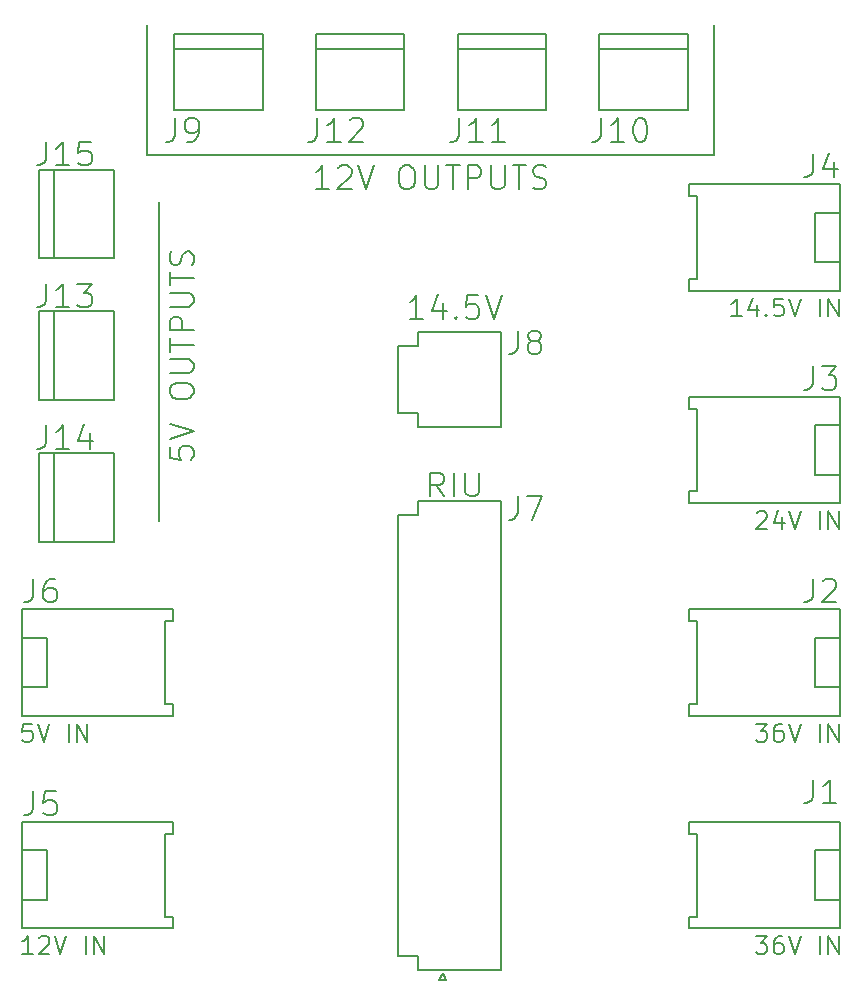
<source format=gto>
G04 #@! TF.GenerationSoftware,KiCad,Pcbnew,(5.1.4)-1*
G04 #@! TF.CreationDate,2019-11-13T17:45:08+09:00*
G04 #@! TF.ProjectId,PowerDistributionUnit,506f7765-7244-4697-9374-726962757469,rev?*
G04 #@! TF.SameCoordinates,Original*
G04 #@! TF.FileFunction,Legend,Top*
G04 #@! TF.FilePolarity,Positive*
%FSLAX46Y46*%
G04 Gerber Fmt 4.6, Leading zero omitted, Abs format (unit mm)*
G04 Created by KiCad (PCBNEW (5.1.4)-1) date 2019-11-13 17:45:08*
%MOMM*%
%LPD*%
G04 APERTURE LIST*
%ADD10C,0.200000*%
G04 APERTURE END LIST*
D10*
X96298571Y-90678571D02*
X95441428Y-90678571D01*
X95870000Y-90678571D02*
X95870000Y-89178571D01*
X95727142Y-89392857D01*
X95584285Y-89535714D01*
X95441428Y-89607142D01*
X97584285Y-89678571D02*
X97584285Y-90678571D01*
X97227142Y-89107142D02*
X96870000Y-90178571D01*
X97798571Y-90178571D01*
X98370000Y-90535714D02*
X98441428Y-90607142D01*
X98370000Y-90678571D01*
X98298571Y-90607142D01*
X98370000Y-90535714D01*
X98370000Y-90678571D01*
X99798571Y-89178571D02*
X99084285Y-89178571D01*
X99012857Y-89892857D01*
X99084285Y-89821428D01*
X99227142Y-89750000D01*
X99584285Y-89750000D01*
X99727142Y-89821428D01*
X99798571Y-89892857D01*
X99870000Y-90035714D01*
X99870000Y-90392857D01*
X99798571Y-90535714D01*
X99727142Y-90607142D01*
X99584285Y-90678571D01*
X99227142Y-90678571D01*
X99084285Y-90607142D01*
X99012857Y-90535714D01*
X100298571Y-89178571D02*
X100798571Y-90678571D01*
X101298571Y-89178571D01*
X102941428Y-90678571D02*
X102941428Y-89178571D01*
X103655714Y-90678571D02*
X103655714Y-89178571D01*
X104512857Y-90678571D01*
X104512857Y-89178571D01*
X97584285Y-107321428D02*
X97655714Y-107250000D01*
X97798571Y-107178571D01*
X98155714Y-107178571D01*
X98298571Y-107250000D01*
X98370000Y-107321428D01*
X98441428Y-107464285D01*
X98441428Y-107607142D01*
X98370000Y-107821428D01*
X97512857Y-108678571D01*
X98441428Y-108678571D01*
X99727142Y-107678571D02*
X99727142Y-108678571D01*
X99370000Y-107107142D02*
X99012857Y-108178571D01*
X99941428Y-108178571D01*
X100298571Y-107178571D02*
X100798571Y-108678571D01*
X101298571Y-107178571D01*
X102941428Y-108678571D02*
X102941428Y-107178571D01*
X103655714Y-108678571D02*
X103655714Y-107178571D01*
X104512857Y-108678571D01*
X104512857Y-107178571D01*
X97512857Y-125178571D02*
X98441428Y-125178571D01*
X97941428Y-125750000D01*
X98155714Y-125750000D01*
X98298571Y-125821428D01*
X98370000Y-125892857D01*
X98441428Y-126035714D01*
X98441428Y-126392857D01*
X98370000Y-126535714D01*
X98298571Y-126607142D01*
X98155714Y-126678571D01*
X97727142Y-126678571D01*
X97584285Y-126607142D01*
X97512857Y-126535714D01*
X99727142Y-125178571D02*
X99441428Y-125178571D01*
X99298571Y-125250000D01*
X99227142Y-125321428D01*
X99084285Y-125535714D01*
X99012857Y-125821428D01*
X99012857Y-126392857D01*
X99084285Y-126535714D01*
X99155714Y-126607142D01*
X99298571Y-126678571D01*
X99584285Y-126678571D01*
X99727142Y-126607142D01*
X99798571Y-126535714D01*
X99870000Y-126392857D01*
X99870000Y-126035714D01*
X99798571Y-125892857D01*
X99727142Y-125821428D01*
X99584285Y-125750000D01*
X99298571Y-125750000D01*
X99155714Y-125821428D01*
X99084285Y-125892857D01*
X99012857Y-126035714D01*
X100298571Y-125178571D02*
X100798571Y-126678571D01*
X101298571Y-125178571D01*
X102941428Y-126678571D02*
X102941428Y-125178571D01*
X103655714Y-126678571D02*
X103655714Y-125178571D01*
X104512857Y-126678571D01*
X104512857Y-125178571D01*
X97512857Y-143178571D02*
X98441428Y-143178571D01*
X97941428Y-143750000D01*
X98155714Y-143750000D01*
X98298571Y-143821428D01*
X98370000Y-143892857D01*
X98441428Y-144035714D01*
X98441428Y-144392857D01*
X98370000Y-144535714D01*
X98298571Y-144607142D01*
X98155714Y-144678571D01*
X97727142Y-144678571D01*
X97584285Y-144607142D01*
X97512857Y-144535714D01*
X99727142Y-143178571D02*
X99441428Y-143178571D01*
X99298571Y-143250000D01*
X99227142Y-143321428D01*
X99084285Y-143535714D01*
X99012857Y-143821428D01*
X99012857Y-144392857D01*
X99084285Y-144535714D01*
X99155714Y-144607142D01*
X99298571Y-144678571D01*
X99584285Y-144678571D01*
X99727142Y-144607142D01*
X99798571Y-144535714D01*
X99870000Y-144392857D01*
X99870000Y-144035714D01*
X99798571Y-143892857D01*
X99727142Y-143821428D01*
X99584285Y-143750000D01*
X99298571Y-143750000D01*
X99155714Y-143821428D01*
X99084285Y-143892857D01*
X99012857Y-144035714D01*
X100298571Y-143178571D02*
X100798571Y-144678571D01*
X101298571Y-143178571D01*
X102941428Y-144678571D02*
X102941428Y-143178571D01*
X103655714Y-144678571D02*
X103655714Y-143178571D01*
X104512857Y-144678571D01*
X104512857Y-143178571D01*
X36272857Y-144678571D02*
X35415714Y-144678571D01*
X35844285Y-144678571D02*
X35844285Y-143178571D01*
X35701428Y-143392857D01*
X35558571Y-143535714D01*
X35415714Y-143607142D01*
X36844285Y-143321428D02*
X36915714Y-143250000D01*
X37058571Y-143178571D01*
X37415714Y-143178571D01*
X37558571Y-143250000D01*
X37630000Y-143321428D01*
X37701428Y-143464285D01*
X37701428Y-143607142D01*
X37630000Y-143821428D01*
X36772857Y-144678571D01*
X37701428Y-144678571D01*
X38130000Y-143178571D02*
X38630000Y-144678571D01*
X39130000Y-143178571D01*
X40772857Y-144678571D02*
X40772857Y-143178571D01*
X41487142Y-144678571D02*
X41487142Y-143178571D01*
X42344285Y-144678571D01*
X42344285Y-143178571D01*
X36201428Y-125178571D02*
X35487142Y-125178571D01*
X35415714Y-125892857D01*
X35487142Y-125821428D01*
X35630000Y-125750000D01*
X35987142Y-125750000D01*
X36130000Y-125821428D01*
X36201428Y-125892857D01*
X36272857Y-126035714D01*
X36272857Y-126392857D01*
X36201428Y-126535714D01*
X36130000Y-126607142D01*
X35987142Y-126678571D01*
X35630000Y-126678571D01*
X35487142Y-126607142D01*
X35415714Y-126535714D01*
X36701428Y-125178571D02*
X37201428Y-126678571D01*
X37701428Y-125178571D01*
X39344285Y-126678571D02*
X39344285Y-125178571D01*
X40058571Y-126678571D02*
X40058571Y-125178571D01*
X40915714Y-126678571D01*
X40915714Y-125178571D01*
X71095238Y-105904761D02*
X70428571Y-104952380D01*
X69952380Y-105904761D02*
X69952380Y-103904761D01*
X70714285Y-103904761D01*
X70904761Y-104000000D01*
X71000000Y-104095238D01*
X71095238Y-104285714D01*
X71095238Y-104571428D01*
X71000000Y-104761904D01*
X70904761Y-104857142D01*
X70714285Y-104952380D01*
X69952380Y-104952380D01*
X71952380Y-105904761D02*
X71952380Y-103904761D01*
X72904761Y-103904761D02*
X72904761Y-105523809D01*
X73000000Y-105714285D01*
X73095238Y-105809523D01*
X73285714Y-105904761D01*
X73666666Y-105904761D01*
X73857142Y-105809523D01*
X73952380Y-105714285D01*
X74047619Y-105523809D01*
X74047619Y-103904761D01*
X69333333Y-90904761D02*
X68190476Y-90904761D01*
X68761904Y-90904761D02*
X68761904Y-88904761D01*
X68571428Y-89190476D01*
X68380952Y-89380952D01*
X68190476Y-89476190D01*
X71047619Y-89571428D02*
X71047619Y-90904761D01*
X70571428Y-88809523D02*
X70095238Y-90238095D01*
X71333333Y-90238095D01*
X72095238Y-90714285D02*
X72190476Y-90809523D01*
X72095238Y-90904761D01*
X72000000Y-90809523D01*
X72095238Y-90714285D01*
X72095238Y-90904761D01*
X74000000Y-88904761D02*
X73047619Y-88904761D01*
X72952380Y-89857142D01*
X73047619Y-89761904D01*
X73238095Y-89666666D01*
X73714285Y-89666666D01*
X73904761Y-89761904D01*
X74000000Y-89857142D01*
X74095238Y-90047619D01*
X74095238Y-90523809D01*
X74000000Y-90714285D01*
X73904761Y-90809523D01*
X73714285Y-90904761D01*
X73238095Y-90904761D01*
X73047619Y-90809523D01*
X72952380Y-90714285D01*
X74666666Y-88904761D02*
X75333333Y-90904761D01*
X76000000Y-88904761D01*
X47904761Y-101761904D02*
X47904761Y-102714285D01*
X48857142Y-102809523D01*
X48761904Y-102714285D01*
X48666666Y-102523809D01*
X48666666Y-102047619D01*
X48761904Y-101857142D01*
X48857142Y-101761904D01*
X49047619Y-101666666D01*
X49523809Y-101666666D01*
X49714285Y-101761904D01*
X49809523Y-101857142D01*
X49904761Y-102047619D01*
X49904761Y-102523809D01*
X49809523Y-102714285D01*
X49714285Y-102809523D01*
X47904761Y-101095238D02*
X49904761Y-100428571D01*
X47904761Y-99761904D01*
X47904761Y-97190476D02*
X47904761Y-96809523D01*
X48000000Y-96619047D01*
X48190476Y-96428571D01*
X48571428Y-96333333D01*
X49238095Y-96333333D01*
X49619047Y-96428571D01*
X49809523Y-96619047D01*
X49904761Y-96809523D01*
X49904761Y-97190476D01*
X49809523Y-97380952D01*
X49619047Y-97571428D01*
X49238095Y-97666666D01*
X48571428Y-97666666D01*
X48190476Y-97571428D01*
X48000000Y-97380952D01*
X47904761Y-97190476D01*
X47904761Y-95476190D02*
X49523809Y-95476190D01*
X49714285Y-95380952D01*
X49809523Y-95285714D01*
X49904761Y-95095238D01*
X49904761Y-94714285D01*
X49809523Y-94523809D01*
X49714285Y-94428571D01*
X49523809Y-94333333D01*
X47904761Y-94333333D01*
X47904761Y-93666666D02*
X47904761Y-92523809D01*
X49904761Y-93095238D02*
X47904761Y-93095238D01*
X49904761Y-91857142D02*
X47904761Y-91857142D01*
X47904761Y-91095238D01*
X48000000Y-90904761D01*
X48095238Y-90809523D01*
X48285714Y-90714285D01*
X48571428Y-90714285D01*
X48761904Y-90809523D01*
X48857142Y-90904761D01*
X48952380Y-91095238D01*
X48952380Y-91857142D01*
X47904761Y-89857142D02*
X49523809Y-89857142D01*
X49714285Y-89761904D01*
X49809523Y-89666666D01*
X49904761Y-89476190D01*
X49904761Y-89095238D01*
X49809523Y-88904761D01*
X49714285Y-88809523D01*
X49523809Y-88714285D01*
X47904761Y-88714285D01*
X47904761Y-88047619D02*
X47904761Y-86904761D01*
X49904761Y-87476190D02*
X47904761Y-87476190D01*
X49809523Y-86333333D02*
X49904761Y-86047619D01*
X49904761Y-85571428D01*
X49809523Y-85380952D01*
X49714285Y-85285714D01*
X49523809Y-85190476D01*
X49333333Y-85190476D01*
X49142857Y-85285714D01*
X49047619Y-85380952D01*
X48952380Y-85571428D01*
X48857142Y-85952380D01*
X48761904Y-86142857D01*
X48666666Y-86238095D01*
X48476190Y-86333333D01*
X48285714Y-86333333D01*
X48095238Y-86238095D01*
X48000000Y-86142857D01*
X47904761Y-85952380D01*
X47904761Y-85476190D01*
X48000000Y-85190476D01*
X47000000Y-81000000D02*
X47000000Y-108000000D01*
X61380952Y-79904761D02*
X60238095Y-79904761D01*
X60809523Y-79904761D02*
X60809523Y-77904761D01*
X60619047Y-78190476D01*
X60428571Y-78380952D01*
X60238095Y-78476190D01*
X62142857Y-78095238D02*
X62238095Y-78000000D01*
X62428571Y-77904761D01*
X62904761Y-77904761D01*
X63095238Y-78000000D01*
X63190476Y-78095238D01*
X63285714Y-78285714D01*
X63285714Y-78476190D01*
X63190476Y-78761904D01*
X62047619Y-79904761D01*
X63285714Y-79904761D01*
X63857142Y-77904761D02*
X64523809Y-79904761D01*
X65190476Y-77904761D01*
X67761904Y-77904761D02*
X68142857Y-77904761D01*
X68333333Y-78000000D01*
X68523809Y-78190476D01*
X68619047Y-78571428D01*
X68619047Y-79238095D01*
X68523809Y-79619047D01*
X68333333Y-79809523D01*
X68142857Y-79904761D01*
X67761904Y-79904761D01*
X67571428Y-79809523D01*
X67380952Y-79619047D01*
X67285714Y-79238095D01*
X67285714Y-78571428D01*
X67380952Y-78190476D01*
X67571428Y-78000000D01*
X67761904Y-77904761D01*
X69476190Y-77904761D02*
X69476190Y-79523809D01*
X69571428Y-79714285D01*
X69666666Y-79809523D01*
X69857142Y-79904761D01*
X70238095Y-79904761D01*
X70428571Y-79809523D01*
X70523809Y-79714285D01*
X70619047Y-79523809D01*
X70619047Y-77904761D01*
X71285714Y-77904761D02*
X72428571Y-77904761D01*
X71857142Y-79904761D02*
X71857142Y-77904761D01*
X73095238Y-79904761D02*
X73095238Y-77904761D01*
X73857142Y-77904761D01*
X74047619Y-78000000D01*
X74142857Y-78095238D01*
X74238095Y-78285714D01*
X74238095Y-78571428D01*
X74142857Y-78761904D01*
X74047619Y-78857142D01*
X73857142Y-78952380D01*
X73095238Y-78952380D01*
X75095238Y-77904761D02*
X75095238Y-79523809D01*
X75190476Y-79714285D01*
X75285714Y-79809523D01*
X75476190Y-79904761D01*
X75857142Y-79904761D01*
X76047619Y-79809523D01*
X76142857Y-79714285D01*
X76238095Y-79523809D01*
X76238095Y-77904761D01*
X76904761Y-77904761D02*
X78047619Y-77904761D01*
X77476190Y-79904761D02*
X77476190Y-77904761D01*
X78619047Y-79809523D02*
X78904761Y-79904761D01*
X79380952Y-79904761D01*
X79571428Y-79809523D01*
X79666666Y-79714285D01*
X79761904Y-79523809D01*
X79761904Y-79333333D01*
X79666666Y-79142857D01*
X79571428Y-79047619D01*
X79380952Y-78952380D01*
X79000000Y-78857142D01*
X78809523Y-78761904D01*
X78714285Y-78666666D01*
X78619047Y-78476190D01*
X78619047Y-78285714D01*
X78714285Y-78095238D01*
X78809523Y-78000000D01*
X79000000Y-77904761D01*
X79476190Y-77904761D01*
X79761904Y-78000000D01*
X94000000Y-77000000D02*
X94000000Y-66000000D01*
X46000000Y-77000000D02*
X94000000Y-77000000D01*
X46000000Y-66000000D02*
X46000000Y-77000000D01*
X37500000Y-122100000D02*
X35350000Y-122100000D01*
X37500000Y-117900000D02*
X37500000Y-122100000D01*
X35350000Y-117900000D02*
X37500000Y-117900000D01*
X35350000Y-115500000D02*
X35350000Y-120000000D01*
X48150000Y-115500000D02*
X35350000Y-115500000D01*
X48150000Y-116500000D02*
X48150000Y-115500000D01*
X47500000Y-116500000D02*
X48150000Y-116500000D01*
X47500000Y-123500000D02*
X47500000Y-116500000D01*
X48150000Y-123500000D02*
X47500000Y-123500000D01*
X48150000Y-124500000D02*
X48150000Y-123500000D01*
X35350000Y-124500000D02*
X48150000Y-124500000D01*
X35350000Y-120000000D02*
X35350000Y-124500000D01*
X102500000Y-81900000D02*
X104650000Y-81900000D01*
X102500000Y-86100000D02*
X102500000Y-81900000D01*
X104650000Y-86100000D02*
X102500000Y-86100000D01*
X104650000Y-88500000D02*
X104650000Y-84000000D01*
X91850000Y-88500000D02*
X104650000Y-88500000D01*
X91850000Y-87500000D02*
X91850000Y-88500000D01*
X92500000Y-87500000D02*
X91850000Y-87500000D01*
X92500000Y-80500000D02*
X92500000Y-87500000D01*
X91850000Y-80500000D02*
X92500000Y-80500000D01*
X91850000Y-79500000D02*
X91850000Y-80500000D01*
X104650000Y-79500000D02*
X91850000Y-79500000D01*
X104650000Y-84000000D02*
X104650000Y-79500000D01*
X102500000Y-99900000D02*
X104650000Y-99900000D01*
X102500000Y-104100000D02*
X102500000Y-99900000D01*
X104650000Y-104100000D02*
X102500000Y-104100000D01*
X104650000Y-106500000D02*
X104650000Y-102000000D01*
X91850000Y-106500000D02*
X104650000Y-106500000D01*
X91850000Y-105500000D02*
X91850000Y-106500000D01*
X92500000Y-105500000D02*
X91850000Y-105500000D01*
X92500000Y-98500000D02*
X92500000Y-105500000D01*
X91850000Y-98500000D02*
X92500000Y-98500000D01*
X91850000Y-97500000D02*
X91850000Y-98500000D01*
X104650000Y-97500000D02*
X91850000Y-97500000D01*
X104650000Y-102000000D02*
X104650000Y-97500000D01*
X102500000Y-117900000D02*
X104650000Y-117900000D01*
X102500000Y-122100000D02*
X102500000Y-117900000D01*
X104650000Y-122100000D02*
X102500000Y-122100000D01*
X104650000Y-124500000D02*
X104650000Y-120000000D01*
X91850000Y-124500000D02*
X104650000Y-124500000D01*
X91850000Y-123500000D02*
X91850000Y-124500000D01*
X92500000Y-123500000D02*
X91850000Y-123500000D01*
X92500000Y-116500000D02*
X92500000Y-123500000D01*
X91850000Y-116500000D02*
X92500000Y-116500000D01*
X91850000Y-115500000D02*
X91850000Y-116500000D01*
X104650000Y-115500000D02*
X91850000Y-115500000D01*
X104650000Y-120000000D02*
X104650000Y-115500000D01*
X102500000Y-135900000D02*
X104650000Y-135900000D01*
X102500000Y-140100000D02*
X102500000Y-135900000D01*
X104650000Y-140100000D02*
X102500000Y-140100000D01*
X104650000Y-142500000D02*
X104650000Y-138000000D01*
X91850000Y-142500000D02*
X104650000Y-142500000D01*
X91850000Y-141500000D02*
X91850000Y-142500000D01*
X92500000Y-141500000D02*
X91850000Y-141500000D01*
X92500000Y-134500000D02*
X92500000Y-141500000D01*
X91850000Y-134500000D02*
X92500000Y-134500000D01*
X91850000Y-133500000D02*
X91850000Y-134500000D01*
X104650000Y-133500000D02*
X91850000Y-133500000D01*
X104650000Y-138000000D02*
X104650000Y-133500000D01*
X37500000Y-140100000D02*
X35350000Y-140100000D01*
X37500000Y-135900000D02*
X37500000Y-140100000D01*
X35350000Y-135900000D02*
X37500000Y-135900000D01*
X35350000Y-133500000D02*
X35350000Y-138000000D01*
X48150000Y-133500000D02*
X35350000Y-133500000D01*
X48150000Y-134500000D02*
X48150000Y-133500000D01*
X47500000Y-134500000D02*
X48150000Y-134500000D01*
X47500000Y-141500000D02*
X47500000Y-134500000D01*
X48150000Y-141500000D02*
X47500000Y-141500000D01*
X48150000Y-142500000D02*
X48150000Y-141500000D01*
X35350000Y-142500000D02*
X48150000Y-142500000D01*
X35350000Y-138000000D02*
X35350000Y-142500000D01*
X71300000Y-146860000D02*
X70700000Y-146860000D01*
X75910000Y-106300000D02*
X75910000Y-146060000D01*
X75910000Y-146060000D02*
X68890000Y-146060000D01*
X70700000Y-146860000D02*
X71000000Y-146260000D01*
X68890000Y-106300000D02*
X75910000Y-106300000D01*
X67190000Y-144860000D02*
X67190000Y-107500000D01*
X71000000Y-146260000D02*
X71300000Y-146860000D01*
X68890000Y-107500000D02*
X68890000Y-106300000D01*
X67190000Y-107500000D02*
X68890000Y-107500000D01*
X68890000Y-144860000D02*
X67190000Y-144860000D01*
X68890000Y-146060000D02*
X68890000Y-144860000D01*
X68890000Y-98860000D02*
X67190000Y-98860000D01*
X67190000Y-98860000D02*
X67190000Y-93180000D01*
X75910000Y-100060000D02*
X68890000Y-100060000D01*
X68890000Y-100060000D02*
X68890000Y-98860000D01*
X75910000Y-91980000D02*
X75910000Y-100060000D01*
X68890000Y-93180000D02*
X68890000Y-91980000D01*
X67190000Y-93180000D02*
X68890000Y-93180000D01*
X68890000Y-91980000D02*
X75910000Y-91980000D01*
X55750000Y-73200000D02*
X48250000Y-73200000D01*
X48250000Y-73200000D02*
X48250000Y-66800000D01*
X48250000Y-68070000D02*
X55750000Y-68070000D01*
X55750000Y-66800000D02*
X55750000Y-73200000D01*
X48250000Y-66800000D02*
X55750000Y-66800000D01*
X84250000Y-66800000D02*
X91750000Y-66800000D01*
X91750000Y-66800000D02*
X91750000Y-73200000D01*
X84250000Y-68070000D02*
X91750000Y-68070000D01*
X84250000Y-73200000D02*
X84250000Y-66800000D01*
X91750000Y-73200000D02*
X84250000Y-73200000D01*
X79750000Y-73200000D02*
X72250000Y-73200000D01*
X72250000Y-73200000D02*
X72250000Y-66800000D01*
X72250000Y-68070000D02*
X79750000Y-68070000D01*
X79750000Y-66800000D02*
X79750000Y-73200000D01*
X72250000Y-66800000D02*
X79750000Y-66800000D01*
X60250000Y-66800000D02*
X67750000Y-66800000D01*
X67750000Y-66800000D02*
X67750000Y-73200000D01*
X60250000Y-68070000D02*
X67750000Y-68070000D01*
X60250000Y-73200000D02*
X60250000Y-66800000D01*
X67750000Y-73200000D02*
X60250000Y-73200000D01*
X43200000Y-90250000D02*
X43200000Y-97750000D01*
X43200000Y-97750000D02*
X36800000Y-97750000D01*
X38070000Y-97750000D02*
X38070000Y-90250000D01*
X36800000Y-90250000D02*
X43200000Y-90250000D01*
X36800000Y-97750000D02*
X36800000Y-90250000D01*
X36800000Y-109750000D02*
X36800000Y-102250000D01*
X36800000Y-102250000D02*
X43200000Y-102250000D01*
X38070000Y-109750000D02*
X38070000Y-102250000D01*
X43200000Y-109750000D02*
X36800000Y-109750000D01*
X43200000Y-102250000D02*
X43200000Y-109750000D01*
X43200000Y-78250000D02*
X43200000Y-85750000D01*
X43200000Y-85750000D02*
X36800000Y-85750000D01*
X38070000Y-85750000D02*
X38070000Y-78250000D01*
X36800000Y-78250000D02*
X43200000Y-78250000D01*
X36800000Y-85750000D02*
X36800000Y-78250000D01*
X36333333Y-112904761D02*
X36333333Y-114333333D01*
X36238095Y-114619047D01*
X36047619Y-114809523D01*
X35761904Y-114904761D01*
X35571428Y-114904761D01*
X38142857Y-112904761D02*
X37761904Y-112904761D01*
X37571428Y-113000000D01*
X37476190Y-113095238D01*
X37285714Y-113380952D01*
X37190476Y-113761904D01*
X37190476Y-114523809D01*
X37285714Y-114714285D01*
X37380952Y-114809523D01*
X37571428Y-114904761D01*
X37952380Y-114904761D01*
X38142857Y-114809523D01*
X38238095Y-114714285D01*
X38333333Y-114523809D01*
X38333333Y-114047619D01*
X38238095Y-113857142D01*
X38142857Y-113761904D01*
X37952380Y-113666666D01*
X37571428Y-113666666D01*
X37380952Y-113761904D01*
X37285714Y-113857142D01*
X37190476Y-114047619D01*
X102333333Y-76904761D02*
X102333333Y-78333333D01*
X102238095Y-78619047D01*
X102047619Y-78809523D01*
X101761904Y-78904761D01*
X101571428Y-78904761D01*
X104142857Y-77571428D02*
X104142857Y-78904761D01*
X103666666Y-76809523D02*
X103190476Y-78238095D01*
X104428571Y-78238095D01*
X102333333Y-94904761D02*
X102333333Y-96333333D01*
X102238095Y-96619047D01*
X102047619Y-96809523D01*
X101761904Y-96904761D01*
X101571428Y-96904761D01*
X103095238Y-94904761D02*
X104333333Y-94904761D01*
X103666666Y-95666666D01*
X103952380Y-95666666D01*
X104142857Y-95761904D01*
X104238095Y-95857142D01*
X104333333Y-96047619D01*
X104333333Y-96523809D01*
X104238095Y-96714285D01*
X104142857Y-96809523D01*
X103952380Y-96904761D01*
X103380952Y-96904761D01*
X103190476Y-96809523D01*
X103095238Y-96714285D01*
X102333333Y-112904761D02*
X102333333Y-114333333D01*
X102238095Y-114619047D01*
X102047619Y-114809523D01*
X101761904Y-114904761D01*
X101571428Y-114904761D01*
X103190476Y-113095238D02*
X103285714Y-113000000D01*
X103476190Y-112904761D01*
X103952380Y-112904761D01*
X104142857Y-113000000D01*
X104238095Y-113095238D01*
X104333333Y-113285714D01*
X104333333Y-113476190D01*
X104238095Y-113761904D01*
X103095238Y-114904761D01*
X104333333Y-114904761D01*
X102333333Y-129904761D02*
X102333333Y-131333333D01*
X102238095Y-131619047D01*
X102047619Y-131809523D01*
X101761904Y-131904761D01*
X101571428Y-131904761D01*
X104333333Y-131904761D02*
X103190476Y-131904761D01*
X103761904Y-131904761D02*
X103761904Y-129904761D01*
X103571428Y-130190476D01*
X103380952Y-130380952D01*
X103190476Y-130476190D01*
X36333333Y-130904761D02*
X36333333Y-132333333D01*
X36238095Y-132619047D01*
X36047619Y-132809523D01*
X35761904Y-132904761D01*
X35571428Y-132904761D01*
X38238095Y-130904761D02*
X37285714Y-130904761D01*
X37190476Y-131857142D01*
X37285714Y-131761904D01*
X37476190Y-131666666D01*
X37952380Y-131666666D01*
X38142857Y-131761904D01*
X38238095Y-131857142D01*
X38333333Y-132047619D01*
X38333333Y-132523809D01*
X38238095Y-132714285D01*
X38142857Y-132809523D01*
X37952380Y-132904761D01*
X37476190Y-132904761D01*
X37285714Y-132809523D01*
X37190476Y-132714285D01*
X77333333Y-105904761D02*
X77333333Y-107333333D01*
X77238095Y-107619047D01*
X77047619Y-107809523D01*
X76761904Y-107904761D01*
X76571428Y-107904761D01*
X78095238Y-105904761D02*
X79428571Y-105904761D01*
X78571428Y-107904761D01*
X77333333Y-91904761D02*
X77333333Y-93333333D01*
X77238095Y-93619047D01*
X77047619Y-93809523D01*
X76761904Y-93904761D01*
X76571428Y-93904761D01*
X78571428Y-92761904D02*
X78380952Y-92666666D01*
X78285714Y-92571428D01*
X78190476Y-92380952D01*
X78190476Y-92285714D01*
X78285714Y-92095238D01*
X78380952Y-92000000D01*
X78571428Y-91904761D01*
X78952380Y-91904761D01*
X79142857Y-92000000D01*
X79238095Y-92095238D01*
X79333333Y-92285714D01*
X79333333Y-92380952D01*
X79238095Y-92571428D01*
X79142857Y-92666666D01*
X78952380Y-92761904D01*
X78571428Y-92761904D01*
X78380952Y-92857142D01*
X78285714Y-92952380D01*
X78190476Y-93142857D01*
X78190476Y-93523809D01*
X78285714Y-93714285D01*
X78380952Y-93809523D01*
X78571428Y-93904761D01*
X78952380Y-93904761D01*
X79142857Y-93809523D01*
X79238095Y-93714285D01*
X79333333Y-93523809D01*
X79333333Y-93142857D01*
X79238095Y-92952380D01*
X79142857Y-92857142D01*
X78952380Y-92761904D01*
X48333333Y-73904761D02*
X48333333Y-75333333D01*
X48238095Y-75619047D01*
X48047619Y-75809523D01*
X47761904Y-75904761D01*
X47571428Y-75904761D01*
X49380952Y-75904761D02*
X49761904Y-75904761D01*
X49952380Y-75809523D01*
X50047619Y-75714285D01*
X50238095Y-75428571D01*
X50333333Y-75047619D01*
X50333333Y-74285714D01*
X50238095Y-74095238D01*
X50142857Y-74000000D01*
X49952380Y-73904761D01*
X49571428Y-73904761D01*
X49380952Y-74000000D01*
X49285714Y-74095238D01*
X49190476Y-74285714D01*
X49190476Y-74761904D01*
X49285714Y-74952380D01*
X49380952Y-75047619D01*
X49571428Y-75142857D01*
X49952380Y-75142857D01*
X50142857Y-75047619D01*
X50238095Y-74952380D01*
X50333333Y-74761904D01*
X84380952Y-73904761D02*
X84380952Y-75333333D01*
X84285714Y-75619047D01*
X84095238Y-75809523D01*
X83809523Y-75904761D01*
X83619047Y-75904761D01*
X86380952Y-75904761D02*
X85238095Y-75904761D01*
X85809523Y-75904761D02*
X85809523Y-73904761D01*
X85619047Y-74190476D01*
X85428571Y-74380952D01*
X85238095Y-74476190D01*
X87619047Y-73904761D02*
X87809523Y-73904761D01*
X88000000Y-74000000D01*
X88095238Y-74095238D01*
X88190476Y-74285714D01*
X88285714Y-74666666D01*
X88285714Y-75142857D01*
X88190476Y-75523809D01*
X88095238Y-75714285D01*
X88000000Y-75809523D01*
X87809523Y-75904761D01*
X87619047Y-75904761D01*
X87428571Y-75809523D01*
X87333333Y-75714285D01*
X87238095Y-75523809D01*
X87142857Y-75142857D01*
X87142857Y-74666666D01*
X87238095Y-74285714D01*
X87333333Y-74095238D01*
X87428571Y-74000000D01*
X87619047Y-73904761D01*
X72380952Y-73904761D02*
X72380952Y-75333333D01*
X72285714Y-75619047D01*
X72095238Y-75809523D01*
X71809523Y-75904761D01*
X71619047Y-75904761D01*
X74380952Y-75904761D02*
X73238095Y-75904761D01*
X73809523Y-75904761D02*
X73809523Y-73904761D01*
X73619047Y-74190476D01*
X73428571Y-74380952D01*
X73238095Y-74476190D01*
X76285714Y-75904761D02*
X75142857Y-75904761D01*
X75714285Y-75904761D02*
X75714285Y-73904761D01*
X75523809Y-74190476D01*
X75333333Y-74380952D01*
X75142857Y-74476190D01*
X60380952Y-73904761D02*
X60380952Y-75333333D01*
X60285714Y-75619047D01*
X60095238Y-75809523D01*
X59809523Y-75904761D01*
X59619047Y-75904761D01*
X62380952Y-75904761D02*
X61238095Y-75904761D01*
X61809523Y-75904761D02*
X61809523Y-73904761D01*
X61619047Y-74190476D01*
X61428571Y-74380952D01*
X61238095Y-74476190D01*
X63142857Y-74095238D02*
X63238095Y-74000000D01*
X63428571Y-73904761D01*
X63904761Y-73904761D01*
X64095238Y-74000000D01*
X64190476Y-74095238D01*
X64285714Y-74285714D01*
X64285714Y-74476190D01*
X64190476Y-74761904D01*
X63047619Y-75904761D01*
X64285714Y-75904761D01*
X37380952Y-87904761D02*
X37380952Y-89333333D01*
X37285714Y-89619047D01*
X37095238Y-89809523D01*
X36809523Y-89904761D01*
X36619047Y-89904761D01*
X39380952Y-89904761D02*
X38238095Y-89904761D01*
X38809523Y-89904761D02*
X38809523Y-87904761D01*
X38619047Y-88190476D01*
X38428571Y-88380952D01*
X38238095Y-88476190D01*
X40047619Y-87904761D02*
X41285714Y-87904761D01*
X40619047Y-88666666D01*
X40904761Y-88666666D01*
X41095238Y-88761904D01*
X41190476Y-88857142D01*
X41285714Y-89047619D01*
X41285714Y-89523809D01*
X41190476Y-89714285D01*
X41095238Y-89809523D01*
X40904761Y-89904761D01*
X40333333Y-89904761D01*
X40142857Y-89809523D01*
X40047619Y-89714285D01*
X37380952Y-99904761D02*
X37380952Y-101333333D01*
X37285714Y-101619047D01*
X37095238Y-101809523D01*
X36809523Y-101904761D01*
X36619047Y-101904761D01*
X39380952Y-101904761D02*
X38238095Y-101904761D01*
X38809523Y-101904761D02*
X38809523Y-99904761D01*
X38619047Y-100190476D01*
X38428571Y-100380952D01*
X38238095Y-100476190D01*
X41095238Y-100571428D02*
X41095238Y-101904761D01*
X40619047Y-99809523D02*
X40142857Y-101238095D01*
X41380952Y-101238095D01*
X37380952Y-75904761D02*
X37380952Y-77333333D01*
X37285714Y-77619047D01*
X37095238Y-77809523D01*
X36809523Y-77904761D01*
X36619047Y-77904761D01*
X39380952Y-77904761D02*
X38238095Y-77904761D01*
X38809523Y-77904761D02*
X38809523Y-75904761D01*
X38619047Y-76190476D01*
X38428571Y-76380952D01*
X38238095Y-76476190D01*
X41190476Y-75904761D02*
X40238095Y-75904761D01*
X40142857Y-76857142D01*
X40238095Y-76761904D01*
X40428571Y-76666666D01*
X40904761Y-76666666D01*
X41095238Y-76761904D01*
X41190476Y-76857142D01*
X41285714Y-77047619D01*
X41285714Y-77523809D01*
X41190476Y-77714285D01*
X41095238Y-77809523D01*
X40904761Y-77904761D01*
X40428571Y-77904761D01*
X40238095Y-77809523D01*
X40142857Y-77714285D01*
M02*

</source>
